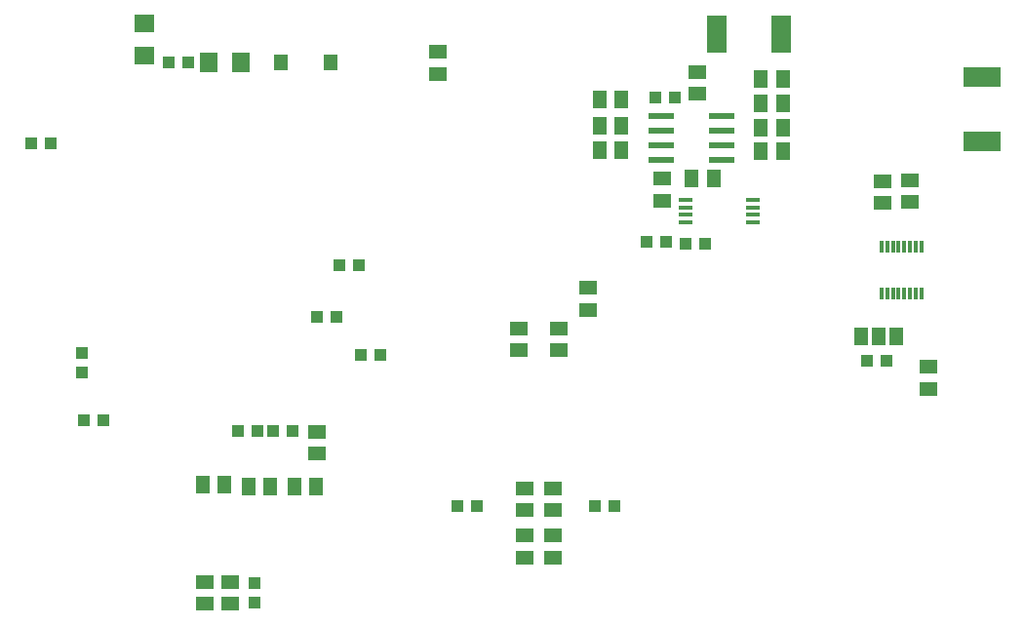
<source format=gbr>
G04 EAGLE Gerber RS-274X export*
G75*
%MOMM*%
%FSLAX34Y34*%
%LPD*%
%INSolderpaste Bottom*%
%IPPOS*%
%AMOC8*
5,1,8,0,0,1.08239X$1,22.5*%
G01*
%ADD10R,1.100000X1.000000*%
%ADD11R,1.300000X1.500000*%
%ADD12R,1.000000X1.100000*%
%ADD13R,1.600000X1.800000*%
%ADD14R,1.270000X1.470000*%
%ADD15R,2.200000X0.600000*%
%ADD16R,1.500000X1.300000*%
%ADD17R,3.200000X1.800000*%
%ADD18R,1.800000X3.200000*%
%ADD19R,1.168400X1.600200*%
%ADD20R,0.300000X1.000000*%
%ADD21R,1.200000X0.350000*%
%ADD22R,1.800000X1.600000*%


D10*
X369750Y374600D03*
X386750Y374600D03*
D11*
X754500Y515000D03*
X735500Y515000D03*
X595500Y495000D03*
X614500Y495000D03*
D10*
X488500Y165000D03*
X471500Y165000D03*
D12*
X296000Y98500D03*
X296000Y81500D03*
D10*
X328500Y230000D03*
X311500Y230000D03*
X281500Y230000D03*
X298500Y230000D03*
X164850Y240000D03*
X147850Y240000D03*
X388300Y296400D03*
X405300Y296400D03*
D13*
X284000Y550000D03*
X256000Y550000D03*
D10*
X349750Y329600D03*
X366750Y329600D03*
X669750Y393250D03*
X686750Y393250D03*
X827750Y291250D03*
X844750Y291250D03*
X591500Y165000D03*
X608500Y165000D03*
D12*
X146350Y298500D03*
X146350Y281500D03*
D14*
X361500Y550000D03*
X318500Y550000D03*
D15*
X701000Y491350D03*
X649000Y491350D03*
X701000Y504050D03*
X701000Y478650D03*
X701000Y465950D03*
X649000Y504050D03*
X649000Y478650D03*
X649000Y465950D03*
D16*
X455000Y559500D03*
X455000Y540500D03*
D17*
X927200Y481850D03*
X927200Y537850D03*
D16*
X650000Y430500D03*
X650000Y449500D03*
D11*
X694500Y450000D03*
X675500Y450000D03*
X754500Y494000D03*
X735500Y494000D03*
D16*
X585000Y354500D03*
X585000Y335500D03*
D11*
X754500Y473000D03*
X735500Y473000D03*
X754500Y536000D03*
X735500Y536000D03*
X595500Y474000D03*
X614500Y474000D03*
D16*
X680500Y542000D03*
X680500Y523000D03*
D11*
X595500Y518000D03*
X614500Y518000D03*
D18*
X753000Y575000D03*
X697000Y575000D03*
D16*
X880800Y285850D03*
X880800Y266850D03*
X530000Y139500D03*
X530000Y120500D03*
X530000Y180500D03*
X530000Y161500D03*
X525000Y300500D03*
X525000Y319500D03*
X253000Y80500D03*
X253000Y99500D03*
X275000Y99500D03*
X275000Y80500D03*
D11*
X290500Y182500D03*
X309500Y182500D03*
X250500Y183650D03*
X269500Y183650D03*
D16*
X350000Y229500D03*
X350000Y210500D03*
D11*
X330500Y182500D03*
X349500Y182500D03*
D16*
X560000Y300500D03*
X560000Y319500D03*
X555000Y139500D03*
X555000Y120500D03*
X555000Y180500D03*
X555000Y161500D03*
D19*
X822110Y312300D03*
X837350Y312300D03*
X852590Y312300D03*
D20*
X875000Y349500D03*
X870000Y349500D03*
X865000Y349500D03*
X860000Y349500D03*
X855000Y349500D03*
X850000Y349500D03*
X845000Y349500D03*
X840000Y349500D03*
X840000Y390500D03*
X845000Y390500D03*
X850000Y390500D03*
X855000Y390500D03*
X860000Y390500D03*
X865000Y390500D03*
X870000Y390500D03*
X875000Y390500D03*
D21*
X670250Y411650D03*
X670250Y418150D03*
X670250Y424650D03*
X670250Y431150D03*
X728750Y431150D03*
X728750Y424650D03*
X728750Y418150D03*
X728750Y411650D03*
D22*
X200000Y584000D03*
X200000Y556000D03*
D10*
X644000Y520000D03*
X661000Y520000D03*
X118500Y480000D03*
X101500Y480000D03*
X221500Y550000D03*
X238500Y550000D03*
D16*
X865000Y448150D03*
X865000Y429150D03*
X841400Y428350D03*
X841400Y447350D03*
D10*
X653500Y395000D03*
X636500Y395000D03*
M02*

</source>
